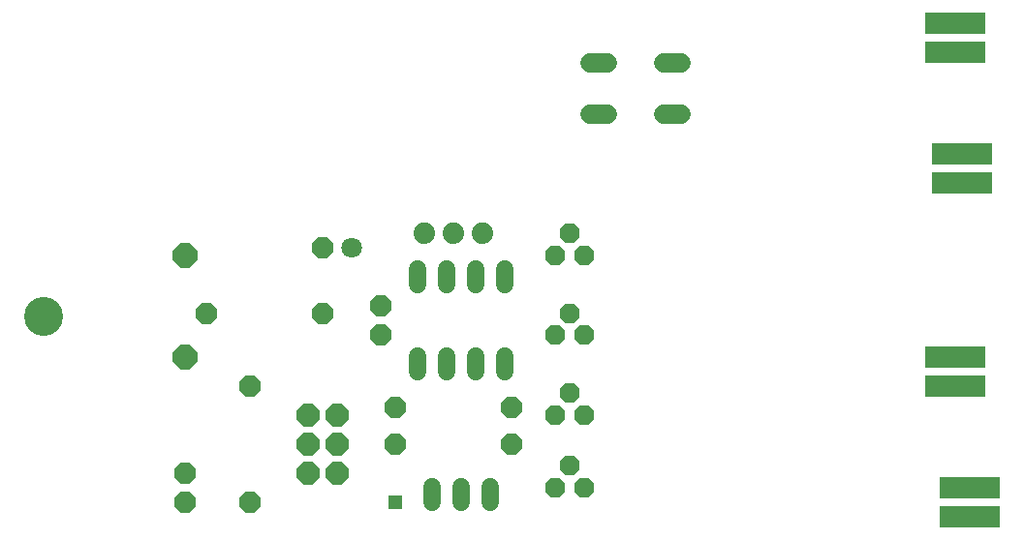
<source format=gbs>
G75*
G70*
%OFA0B0*%
%FSLAX24Y24*%
%IPPOS*%
%LPD*%
%AMOC8*
5,1,8,0,0,1.08239X$1,22.5*
%
%ADD10C,0.1340*%
%ADD11C,0.0600*%
%ADD12OC8,0.0740*%
%ADD13C,0.0680*%
%ADD14C,0.0740*%
%ADD15OC8,0.0710*%
%ADD16C,0.0710*%
%ADD17OC8,0.0680*%
%ADD18R,0.2080X0.0730*%
%ADD19OC8,0.0780*%
%ADD20OC8,0.0840*%
%ADD21R,0.0476X0.0476*%
D10*
X001735Y011765D03*
D11*
X014589Y012863D02*
X014589Y013383D01*
X015589Y013383D02*
X015589Y012863D01*
X016589Y012863D02*
X016589Y013383D01*
X017589Y013383D02*
X017589Y012863D01*
X017589Y010383D02*
X017589Y009863D01*
X016589Y009863D02*
X016589Y010383D01*
X015589Y010383D02*
X015589Y009863D01*
X014589Y009863D02*
X014589Y010383D01*
X015089Y005883D02*
X015089Y005363D01*
X016089Y005363D02*
X016089Y005883D01*
X017089Y005883D02*
X017089Y005363D01*
D12*
X006589Y005373D03*
X006589Y006373D03*
X008839Y005373D03*
X013839Y007373D03*
X013839Y008623D03*
X013339Y011123D03*
X013339Y012123D03*
X011339Y011873D03*
X008839Y009373D03*
X007339Y011873D03*
X017839Y008623D03*
X017839Y007373D03*
D13*
X020509Y018733D02*
X021109Y018733D01*
X023069Y018733D02*
X023669Y018733D01*
X023669Y020513D02*
X023069Y020513D01*
X021109Y020513D02*
X020509Y020513D01*
D14*
X016839Y014623D03*
X015839Y014623D03*
X014839Y014623D03*
D15*
X011339Y014123D03*
D16*
X012339Y014123D03*
D17*
X019339Y013873D03*
X019839Y014623D03*
X020339Y013873D03*
X019839Y011873D03*
X019339Y011123D03*
X020339Y011123D03*
X019839Y009123D03*
X019339Y008373D03*
X020339Y008373D03*
X019839Y006623D03*
X019339Y005873D03*
X020339Y005873D03*
D18*
X033089Y009373D03*
X033089Y010373D03*
X033589Y005873D03*
X033589Y004873D03*
X033339Y016373D03*
X033339Y017373D03*
X033089Y020873D03*
X033089Y021873D03*
D19*
X011839Y008373D03*
X010839Y008373D03*
X010839Y007373D03*
X011839Y007373D03*
X011839Y006373D03*
X010839Y006373D03*
D20*
X006589Y010373D03*
X006589Y013873D03*
D21*
X013839Y005373D03*
M02*

</source>
